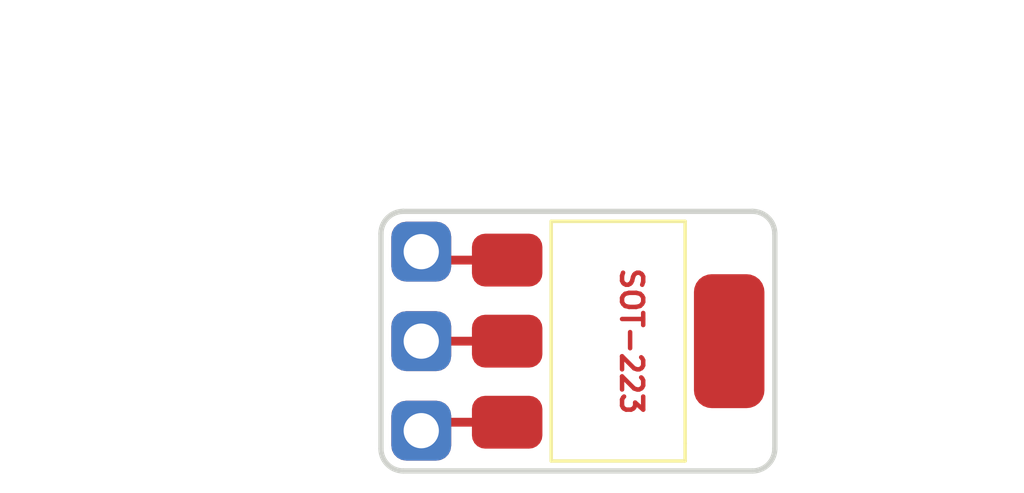
<source format=kicad_pcb>
(kicad_pcb (version 20171130) (host pcbnew "(5.0.2)-1")

  (general
    (thickness 1.6)
    (drawings 13)
    (tracks 5)
    (zones 0)
    (modules 2)
    (nets 4)
  )

  (page A4)
  (layers
    (0 F.Cu signal)
    (31 B.Cu signal)
    (32 B.Adhes user)
    (33 F.Adhes user)
    (34 B.Paste user)
    (35 F.Paste user)
    (36 B.SilkS user)
    (37 F.SilkS user)
    (38 B.Mask user)
    (39 F.Mask user)
    (40 Dwgs.User user)
    (41 Cmts.User user)
    (42 Eco1.User user)
    (43 Eco2.User user)
    (44 Edge.Cuts user)
    (45 Margin user)
    (46 B.CrtYd user)
    (47 F.CrtYd user)
    (48 B.Fab user)
    (49 F.Fab user)
  )

  (setup
    (last_trace_width 0.25)
    (trace_clearance 0.2)
    (zone_clearance 0.508)
    (zone_45_only no)
    (trace_min 0.2)
    (segment_width 0.2)
    (edge_width 0.15)
    (via_size 0.8)
    (via_drill 0.4)
    (via_min_size 0.4)
    (via_min_drill 0.3)
    (uvia_size 0.3)
    (uvia_drill 0.1)
    (uvias_allowed no)
    (uvia_min_size 0.2)
    (uvia_min_drill 0.1)
    (pcb_text_width 0.3)
    (pcb_text_size 1.5 1.5)
    (mod_edge_width 0.15)
    (mod_text_size 1 1)
    (mod_text_width 0.15)
    (pad_size 1.524 1.524)
    (pad_drill 0.762)
    (pad_to_mask_clearance 0.051)
    (solder_mask_min_width 0.25)
    (aux_axis_origin 0 0)
    (visible_elements 7FFFFFFF)
    (pcbplotparams
      (layerselection 0x010fc_ffffffff)
      (usegerberextensions false)
      (usegerberattributes false)
      (usegerberadvancedattributes false)
      (creategerberjobfile false)
      (excludeedgelayer true)
      (linewidth 0.050000)
      (plotframeref false)
      (viasonmask false)
      (mode 1)
      (useauxorigin false)
      (hpglpennumber 1)
      (hpglpenspeed 20)
      (hpglpendiameter 15.000000)
      (psnegative false)
      (psa4output false)
      (plotreference true)
      (plotvalue true)
      (plotinvisibletext false)
      (padsonsilk false)
      (subtractmaskfromsilk false)
      (outputformat 1)
      (mirror false)
      (drillshape 1)
      (scaleselection 1)
      (outputdirectory ""))
  )

  (net 0 "")
  (net 1 /1)
  (net 2 /3)
  (net 3 /2)

  (net_class Default "This is the default net class."
    (clearance 0.2)
    (trace_width 0.25)
    (via_dia 0.8)
    (via_drill 0.4)
    (uvia_dia 0.3)
    (uvia_drill 0.1)
    (add_net /1)
    (add_net /2)
    (add_net /3)
  )

  (module SA_Connectors_Pin_Headers_THT:PinHeader_1x03_P2.54mm_Vertical_Bottom (layer F.Cu) (tedit 5C2D038C) (tstamp 5C3150CF)
    (at 156.845 88.265)
    (descr "Through hole straight pin header, 1x03, 2.54mm pitch, single row")
    (tags "Through hole pin header THT 1x03 2.54mm single row")
    (path /5C2D8319)
    (fp_text reference J1 (at 0 -2.2) (layer F.SilkS) hide
      (effects (font (size 0.6 0.6) (thickness 0.127)))
    )
    (fp_text value PinHeader_1x03_P2.54mm_Vertical_Bottom (at 0 7.09) (layer F.Fab) hide
      (effects (font (size 0.3 0.3) (thickness 0.03)))
    )
    (fp_line (start -0.635 -1.27) (end 1.27 -1.27) (layer B.Fab) (width 0.1))
    (fp_line (start 1.27 -1.27) (end 1.27 6.35) (layer B.Fab) (width 0.1))
    (fp_line (start 1.27 6.35) (end -1.27 6.35) (layer B.Fab) (width 0.1))
    (fp_line (start -1.27 6.35) (end -1.27 -0.635) (layer B.Fab) (width 0.1))
    (fp_line (start -1.27 -0.635) (end -0.635 -1.27) (layer B.Fab) (width 0.1))
    (fp_line (start -1.8 -1.8) (end -1.8 6.85) (layer F.CrtYd) (width 0.05))
    (fp_line (start -1.8 6.85) (end 1.8 6.85) (layer F.CrtYd) (width 0.05))
    (fp_line (start 1.8 6.85) (end 1.8 -1.8) (layer F.CrtYd) (width 0.05))
    (fp_line (start 1.8 -1.8) (end -1.8 -1.8) (layer F.CrtYd) (width 0.05))
    (fp_text user %R (at 0 2.54 90) (layer F.Fab)
      (effects (font (size 0.4 0.4) (thickness 0.05)))
    )
    (pad 1 thru_hole roundrect (at 0 0) (size 1.7 1.7) (drill 1) (layers *.Cu *.Mask) (roundrect_rratio 0.25)
      (net 1 /1))
    (pad 2 thru_hole roundrect (at 0 2.54) (size 1.7 1.7) (drill 1) (layers *.Cu *.Mask) (roundrect_rratio 0.25)
      (net 3 /2))
    (pad 3 thru_hole roundrect (at 0 5.08) (size 1.7 1.7) (drill 1) (layers *.Cu *.Mask) (roundrect_rratio 0.25)
      (net 2 /3))
    (model ${SA_LIB_3DSHAPES}/Packages/PinHeader_1x03_P254mm_Vertical_Bottom.step
      (at (xyz 0 0 0))
      (scale (xyz 1 1 1))
      (rotate (xyz 0 0 0))
    )
  )

  (module SA_Voltage_Regulators_SMD:ON_Semi_NCP1117LPST50T3G_SOT-223-3 (layer F.Cu) (tedit 5C2D0388) (tstamp 5C314D40)
    (at 162.433 90.805 270)
    (path /5C2D81AB)
    (fp_text reference U1 (at 0 -4.7 270) (layer F.SilkS) hide
      (effects (font (size 0.6 0.6) (thickness 0.127)))
    )
    (fp_text value ON_Semi_NCP1117LPST50T3G (at 0 4.6 270) (layer F.Fab)
      (effects (font (size 0.3 0.3) (thickness 0.03)))
    )
    (fp_line (start -3.275 -1.75) (end 3.275 -1.75) (layer F.Fab) (width 0.1))
    (fp_line (start 3.275 -1.75) (end 3.275 1.75) (layer F.Fab) (width 0.1))
    (fp_line (start 3.275 1.75) (end -3.275 1.75) (layer F.Fab) (width 0.1))
    (fp_line (start -3.275 1.75) (end -3.275 -1.75) (layer F.Fab) (width 0.1))
    (fp_line (start -3.5 1.7) (end -3.5 4.3) (layer F.CrtYd) (width 0.05))
    (fp_line (start -3.5 4.3) (end -2.1 4.3) (layer F.CrtYd) (width 0.05))
    (fp_line (start -2.1 4.3) (end 3.3 4.3) (layer F.CrtYd) (width 0.05))
    (fp_line (start 3.3 4.3) (end 3.5 4.3) (layer F.CrtYd) (width 0.05))
    (fp_line (start 3.5 4.3) (end 3.5 1) (layer F.CrtYd) (width 0.05))
    (fp_line (start 3.5 1) (end 3.5 -4.3) (layer F.CrtYd) (width 0.05))
    (fp_line (start 3.5 -4.3) (end 0.6 -4.3) (layer F.CrtYd) (width 0.05))
    (fp_line (start 0.6 -4.3) (end -3.5 -4.3) (layer F.CrtYd) (width 0.05))
    (fp_line (start -3.5 -4.3) (end -3.5 -0.1) (layer F.CrtYd) (width 0.05))
    (fp_line (start -3.5 -0.1) (end -3.5 1.7) (layer F.CrtYd) (width 0.05))
    (fp_line (start 3.4 1.9) (end -3.4 1.9) (layer F.SilkS) (width 0.1))
    (fp_line (start 2.9 -1.9) (end -3.4 -1.9) (layer F.SilkS) (width 0.1))
    (fp_line (start -3.4 -1.9) (end -3.4 1.9) (layer F.SilkS) (width 0.1))
    (fp_line (start 3.4 -1.9) (end 2.9 -1.9) (layer F.SilkS) (width 0.1))
    (fp_line (start 3.4 -1.9) (end 3.4 1.9) (layer F.SilkS) (width 0.1))
    (fp_text user %R (at 0 0 270) (layer F.Fab)
      (effects (font (size 0.4 0.4) (thickness 0.05)))
    )
    (pad 1 smd roundrect (at -2.3 3.15 270) (size 1.5 2) (layers F.Cu F.Paste F.Mask) (roundrect_rratio 0.25)
      (net 1 /1))
    (pad 3 smd roundrect (at 2.3 3.15 270) (size 1.5 2) (layers F.Cu F.Paste F.Mask) (roundrect_rratio 0.25)
      (net 2 /3))
    (pad 2 smd roundrect (at 0 3.15 270) (size 1.5 2) (layers F.Cu F.Paste F.Mask) (roundrect_rratio 0.25)
      (net 3 /2))
    (pad 2 smd roundrect (at 0 -3.15 270) (size 3.8 2) (layers F.Cu F.Paste F.Mask) (roundrect_rratio 0.25)
      (net 3 /2))
    (model ${SA_LIB_3DSHAPES}/ON_Semi_NCP1117LPST50T3G_SOT-223-3/ON_Semi_NCP1117LPST50T3G_SOT-223-3.step
      (at (xyz 0 0 0))
      (scale (xyz 1 1 1))
      (rotate (xyz 0 0 0))
    )
  )

  (dimension 2.54 (width 0.3) (layer F.Fab)
    (gr_text "2.540 mm" (at 150.427 92.075 90) (layer F.Fab)
      (effects (font (size 1.5 1.5) (thickness 0.3)))
    )
    (feature1 (pts (xy 156.845 90.805) (xy 151.940579 90.805)))
    (feature2 (pts (xy 156.845 93.345) (xy 151.940579 93.345)))
    (crossbar (pts (xy 152.527 93.345) (xy 152.527 90.805)))
    (arrow1a (pts (xy 152.527 90.805) (xy 153.113421 91.931504)))
    (arrow1b (pts (xy 152.527 90.805) (xy 151.940579 91.931504)))
    (arrow2a (pts (xy 152.527 93.345) (xy 153.113421 92.218496)))
    (arrow2b (pts (xy 152.527 93.345) (xy 151.940579 92.218496)))
  )
  (dimension 7.366 (width 0.3) (layer F.Fab)
    (gr_text "7.366 mm" (at 172.026 90.805 270) (layer F.Fab)
      (effects (font (size 1.5 1.5) (thickness 0.3)))
    )
    (feature1 (pts (xy 156.845 94.488) (xy 170.512421 94.488)))
    (feature2 (pts (xy 156.845 87.122) (xy 170.512421 87.122)))
    (crossbar (pts (xy 169.926 87.122) (xy 169.926 94.488)))
    (arrow1a (pts (xy 169.926 94.488) (xy 169.339579 93.361496)))
    (arrow1b (pts (xy 169.926 94.488) (xy 170.512421 93.361496)))
    (arrow2a (pts (xy 169.926 87.122) (xy 169.339579 88.248504)))
    (arrow2b (pts (xy 169.926 87.122) (xy 170.512421 88.248504)))
  )
  (dimension 11.176 (width 0.3) (layer F.Fab)
    (gr_text "11.176 mm" (at 161.29 82.228) (layer F.Fab)
      (effects (font (size 1.5 1.5) (thickness 0.3)))
    )
    (feature1 (pts (xy 166.878 88.265) (xy 166.878 83.741579)))
    (feature2 (pts (xy 155.702 88.265) (xy 155.702 83.741579)))
    (crossbar (pts (xy 155.702 84.328) (xy 166.878 84.328)))
    (arrow1a (pts (xy 166.878 84.328) (xy 165.751496 84.914421)))
    (arrow1b (pts (xy 166.878 84.328) (xy 165.751496 83.741579)))
    (arrow2a (pts (xy 155.702 84.328) (xy 156.828504 84.914421)))
    (arrow2b (pts (xy 155.702 84.328) (xy 156.828504 83.741579)))
  )
  (gr_line (start 156.337 94.488) (end 166.243 94.488) (layer Edge.Cuts) (width 0.15))
  (gr_line (start 155.702 87.757) (end 155.702 93.853) (layer Edge.Cuts) (width 0.15))
  (gr_line (start 166.243 87.122) (end 156.337 87.122) (layer Edge.Cuts) (width 0.15))
  (gr_line (start 166.878 93.853) (end 166.878 87.757) (layer Edge.Cuts) (width 0.15))
  (gr_arc (start 156.337 93.853) (end 155.702 93.853) (angle -90) (layer Edge.Cuts) (width 0.15) (tstamp 5C315211))
  (gr_arc (start 166.243 93.853) (end 166.243 94.488) (angle -90) (layer Edge.Cuts) (width 0.15) (tstamp 5C31520C))
  (gr_arc (start 166.243 87.757) (end 166.878 87.757) (angle -90) (layer Edge.Cuts) (width 0.15) (tstamp 5C315207))
  (gr_arc (start 156.337 87.757) (end 156.337 87.122) (angle -90) (layer Edge.Cuts) (width 0.15))
  (gr_text SOT-223 (at 162.814 90.805 270) (layer F.Mask) (tstamp 5C315111)
    (effects (font (size 0.6 0.6) (thickness 0.127)))
  )
  (gr_text SOT-223 (at 162.814 90.805 270) (layer F.Cu)
    (effects (font (size 0.6 0.6) (thickness 0.127)))
  )

  (segment (start 157.085 88.505) (end 156.845 88.265) (width 0.25) (layer F.Cu) (net 1))
  (segment (start 159.283 88.505) (end 157.085 88.505) (width 0.25) (layer F.Cu) (net 1))
  (segment (start 157.085 93.105) (end 156.845 93.345) (width 0.25) (layer F.Cu) (net 2))
  (segment (start 159.283 93.105) (end 157.085 93.105) (width 0.25) (layer F.Cu) (net 2))
  (segment (start 159.283 90.805) (end 156.845 90.805) (width 0.25) (layer F.Cu) (net 3))

)

</source>
